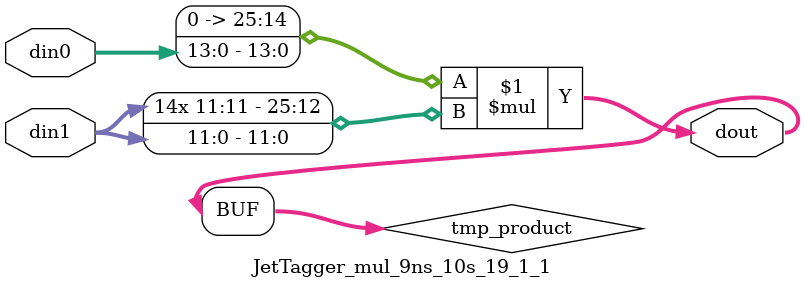
<source format=v>

`timescale 1 ns / 1 ps

  module JetTagger_mul_9ns_10s_19_1_1(din0, din1, dout);
parameter ID = 1;
parameter NUM_STAGE = 0;
parameter din0_WIDTH = 14;
parameter din1_WIDTH = 12;
parameter dout_WIDTH = 26;

input [din0_WIDTH - 1 : 0] din0; 
input [din1_WIDTH - 1 : 0] din1; 
output [dout_WIDTH - 1 : 0] dout;

wire signed [dout_WIDTH - 1 : 0] tmp_product;











assign tmp_product = $signed({1'b0, din0}) * $signed(din1);










assign dout = tmp_product;







endmodule

</source>
